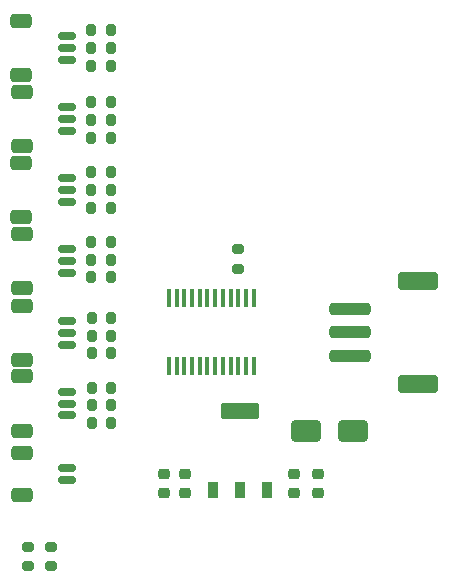
<source format=gbr>
%TF.GenerationSoftware,KiCad,Pcbnew,8.0.7*%
%TF.CreationDate,2024-12-30T07:44:03-08:00*%
%TF.ProjectId,motion-play-v3,6d6f7469-6f6e-42d7-906c-61792d76332e,rev?*%
%TF.SameCoordinates,Original*%
%TF.FileFunction,Paste,Top*%
%TF.FilePolarity,Positive*%
%FSLAX46Y46*%
G04 Gerber Fmt 4.6, Leading zero omitted, Abs format (unit mm)*
G04 Created by KiCad (PCBNEW 8.0.7) date 2024-12-30 07:44:03*
%MOMM*%
%LPD*%
G01*
G04 APERTURE LIST*
G04 Aperture macros list*
%AMRoundRect*
0 Rectangle with rounded corners*
0 $1 Rounding radius*
0 $2 $3 $4 $5 $6 $7 $8 $9 X,Y pos of 4 corners*
0 Add a 4 corners polygon primitive as box body*
4,1,4,$2,$3,$4,$5,$6,$7,$8,$9,$2,$3,0*
0 Add four circle primitives for the rounded corners*
1,1,$1+$1,$2,$3*
1,1,$1+$1,$4,$5*
1,1,$1+$1,$6,$7*
1,1,$1+$1,$8,$9*
0 Add four rect primitives between the rounded corners*
20,1,$1+$1,$2,$3,$4,$5,0*
20,1,$1+$1,$4,$5,$6,$7,0*
20,1,$1+$1,$6,$7,$8,$9,0*
20,1,$1+$1,$8,$9,$2,$3,0*%
G04 Aperture macros list end*
%ADD10RoundRect,0.250000X-0.650000X0.350000X-0.650000X-0.350000X0.650000X-0.350000X0.650000X0.350000X0*%
%ADD11RoundRect,0.150000X-0.625000X0.150000X-0.625000X-0.150000X0.625000X-0.150000X0.625000X0.150000X0*%
%ADD12RoundRect,0.200000X-0.200000X-0.275000X0.200000X-0.275000X0.200000X0.275000X-0.200000X0.275000X0*%
%ADD13RoundRect,0.200000X0.275000X-0.200000X0.275000X0.200000X-0.275000X0.200000X-0.275000X-0.200000X0*%
%ADD14RoundRect,0.069750X0.395250X-0.585250X0.395250X0.585250X-0.395250X0.585250X-0.395250X-0.585250X0*%
%ADD15RoundRect,0.098250X1.521750X-0.556750X1.521750X0.556750X-1.521750X0.556750X-1.521750X-0.556750X0*%
%ADD16RoundRect,0.200000X0.200000X0.275000X-0.200000X0.275000X-0.200000X-0.275000X0.200000X-0.275000X0*%
%ADD17RoundRect,0.225000X0.250000X-0.225000X0.250000X0.225000X-0.250000X0.225000X-0.250000X-0.225000X0*%
%ADD18RoundRect,0.225000X-0.250000X0.225000X-0.250000X-0.225000X0.250000X-0.225000X0.250000X0.225000X0*%
%ADD19RoundRect,0.051250X-0.153750X0.733750X-0.153750X-0.733750X0.153750X-0.733750X0.153750X0.733750X0*%
%ADD20RoundRect,0.250000X1.000000X0.650000X-1.000000X0.650000X-1.000000X-0.650000X1.000000X-0.650000X0*%
%ADD21RoundRect,0.250000X1.500000X-0.250000X1.500000X0.250000X-1.500000X0.250000X-1.500000X-0.250000X0*%
%ADD22RoundRect,0.250001X1.449999X-0.499999X1.449999X0.499999X-1.449999X0.499999X-1.449999X-0.499999X0*%
G04 APERTURE END LIST*
D10*
%TO.C,J5*%
X136437500Y-72450000D03*
X136437500Y-67850000D03*
D11*
X140312500Y-71150000D03*
X140312500Y-70150000D03*
X140312500Y-69150000D03*
%TD*%
%TO.C,J10*%
X140312500Y-99700000D03*
X140312500Y-100700000D03*
D10*
X136437500Y-98400000D03*
X136437500Y-102000000D03*
%TD*%
%TO.C,J4*%
X136412500Y-66450000D03*
X136412500Y-61850000D03*
D11*
X140287500Y-65150000D03*
X140287500Y-64150000D03*
X140287500Y-63150000D03*
%TD*%
D12*
%TO.C,R15*%
X142350000Y-76150000D03*
X144000000Y-76150000D03*
%TD*%
D13*
%TO.C,R2*%
X137000000Y-108025000D03*
X137000000Y-106375000D03*
%TD*%
D14*
%TO.C,U4*%
X152607500Y-101582500D03*
X154897500Y-101582500D03*
X157187500Y-101582500D03*
D15*
X154897500Y-94892500D03*
%TD*%
D16*
%TO.C,R9*%
X144025000Y-95900000D03*
X142375000Y-95900000D03*
%TD*%
D12*
%TO.C,R11*%
X142325000Y-64150000D03*
X143975000Y-64150000D03*
%TD*%
D11*
%TO.C,J9*%
X140312500Y-93250000D03*
X140312500Y-94250000D03*
X140312500Y-95250000D03*
D10*
X136437500Y-91950000D03*
X136437500Y-96550000D03*
%TD*%
%TO.C,J7*%
X136437500Y-84450000D03*
X136437500Y-79850000D03*
D11*
X140312500Y-83150000D03*
X140312500Y-82150000D03*
X140312500Y-81150000D03*
%TD*%
D16*
%TO.C,R8*%
X142375000Y-90000000D03*
X144025000Y-90000000D03*
%TD*%
D12*
%TO.C,R18*%
X144025000Y-87000000D03*
X142375000Y-87000000D03*
%TD*%
D17*
%TO.C,C3*%
X161497500Y-100225000D03*
X161497500Y-101775000D03*
%TD*%
D10*
%TO.C,J8*%
X136437500Y-90550000D03*
X136437500Y-85950000D03*
D11*
X140312500Y-89250000D03*
X140312500Y-88250000D03*
X140312500Y-87250000D03*
%TD*%
D17*
%TO.C,C4*%
X150297500Y-101775000D03*
X150297500Y-100225000D03*
%TD*%
D16*
%TO.C,R3*%
X143975000Y-65650000D03*
X142325000Y-65650000D03*
%TD*%
D13*
%TO.C,R6*%
X154800000Y-82825000D03*
X154800000Y-81175000D03*
%TD*%
D16*
%TO.C,R4*%
X144000000Y-71750000D03*
X142350000Y-71750000D03*
%TD*%
%TO.C,R7*%
X142350000Y-83550000D03*
X144000000Y-83550000D03*
%TD*%
D12*
%TO.C,R16*%
X144000000Y-80550000D03*
X142350000Y-80550000D03*
%TD*%
%TO.C,R13*%
X142350000Y-70250000D03*
X144000000Y-70250000D03*
%TD*%
%TO.C,R10*%
X142325000Y-62650000D03*
X143975000Y-62650000D03*
%TD*%
D18*
%TO.C,C1*%
X159497500Y-101775000D03*
X159497500Y-100225000D03*
%TD*%
D12*
%TO.C,R14*%
X142350000Y-74650000D03*
X144000000Y-74650000D03*
%TD*%
%TO.C,R20*%
X144025000Y-92900000D03*
X142375000Y-92900000D03*
%TD*%
D19*
%TO.C,U3*%
X156075000Y-91025000D03*
X155425000Y-91025000D03*
X154775000Y-91025000D03*
X154125000Y-91025000D03*
X153475000Y-91025000D03*
X152825000Y-91025000D03*
X152175000Y-91025000D03*
X151525000Y-91025000D03*
X150875000Y-91025000D03*
X150225000Y-91025000D03*
X149575000Y-91025000D03*
X148925000Y-91025000D03*
X148925000Y-85285000D03*
X149575000Y-85285000D03*
X150225000Y-85285000D03*
X150875000Y-85285000D03*
X151525000Y-85285000D03*
X152175000Y-85285000D03*
X152825000Y-85285000D03*
X153475000Y-85285000D03*
X154125000Y-85285000D03*
X154775000Y-85285000D03*
X155425000Y-85285000D03*
X156075000Y-85285000D03*
%TD*%
D10*
%TO.C,J6*%
X136412500Y-78450000D03*
X136412500Y-73850000D03*
D11*
X140287500Y-77150000D03*
X140287500Y-76150000D03*
X140287500Y-75150000D03*
%TD*%
D12*
%TO.C,R19*%
X144025000Y-88500000D03*
X142375000Y-88500000D03*
%TD*%
D13*
%TO.C,R1*%
X138900000Y-108025000D03*
X138900000Y-106375000D03*
%TD*%
D12*
%TO.C,R12*%
X142350000Y-68750000D03*
X144000000Y-68750000D03*
%TD*%
D17*
%TO.C,C2*%
X148497500Y-100225000D03*
X148497500Y-101775000D03*
%TD*%
D12*
%TO.C,R21*%
X142375000Y-94400000D03*
X144025000Y-94400000D03*
%TD*%
D20*
%TO.C,D1*%
X160497500Y-96600000D03*
X164497500Y-96600000D03*
%TD*%
D21*
%TO.C,J3*%
X164247500Y-90200000D03*
X164247500Y-88200000D03*
X164247500Y-86200000D03*
D22*
X169997500Y-92550000D03*
X169997500Y-83850000D03*
%TD*%
D12*
%TO.C,R17*%
X144000000Y-82050000D03*
X142350000Y-82050000D03*
%TD*%
D16*
%TO.C,R5*%
X144000000Y-77650000D03*
X142350000Y-77650000D03*
%TD*%
M02*

</source>
